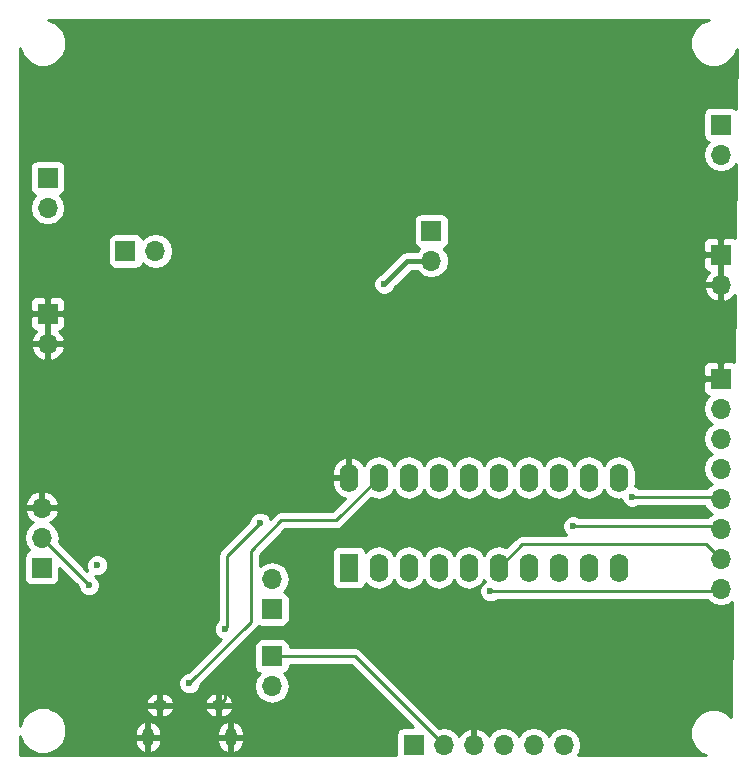
<source format=gbr>
G04 #@! TF.FileFunction,Copper,L2,Bot,Signal*
%FSLAX46Y46*%
G04 Gerber Fmt 4.6, Leading zero omitted, Abs format (unit mm)*
G04 Created by KiCad (PCBNEW 4.0.7) date 03/26/18 17:29:43*
%MOMM*%
%LPD*%
G01*
G04 APERTURE LIST*
%ADD10C,0.100000*%
%ADD11R,1.700000X1.700000*%
%ADD12O,1.700000X1.700000*%
%ADD13O,1.250000X0.950000*%
%ADD14O,1.000000X1.550000*%
%ADD15R,1.600000X2.400000*%
%ADD16O,1.600000X2.400000*%
%ADD17C,0.600000*%
%ADD18C,0.250000*%
%ADD19C,0.450000*%
%ADD20C,0.254000*%
G04 APERTURE END LIST*
D10*
D11*
X111600000Y-71600000D03*
D12*
X111600000Y-74140000D03*
D11*
X111600000Y-83100000D03*
D12*
X111600000Y-85640000D03*
D13*
X121100000Y-116250000D03*
X126100000Y-116250000D03*
D14*
X120100000Y-118950000D03*
X127100000Y-118950000D03*
D11*
X130600000Y-112100000D03*
D12*
X130600000Y-114640000D03*
D11*
X130600000Y-108100000D03*
D12*
X130600000Y-105560000D03*
D11*
X144100000Y-76100000D03*
D12*
X144100000Y-78640000D03*
D11*
X142600000Y-119600000D03*
D12*
X145140000Y-119600000D03*
X147680000Y-119600000D03*
X150220000Y-119600000D03*
X152760000Y-119600000D03*
X155300000Y-119600000D03*
D11*
X168600000Y-67100000D03*
D12*
X168600000Y-69640000D03*
D11*
X168600000Y-78100000D03*
D12*
X168600000Y-80640000D03*
D11*
X111100000Y-104600000D03*
D12*
X111100000Y-102060000D03*
X111100000Y-99520000D03*
D11*
X168600000Y-88600000D03*
D12*
X168600000Y-91140000D03*
X168600000Y-93680000D03*
X168600000Y-96220000D03*
X168600000Y-98760000D03*
X168600000Y-101300000D03*
X168600000Y-103840000D03*
X168600000Y-106380000D03*
D15*
X137100000Y-104600000D03*
D16*
X159960000Y-96980000D03*
X139640000Y-104600000D03*
X157420000Y-96980000D03*
X142180000Y-104600000D03*
X154880000Y-96980000D03*
X144720000Y-104600000D03*
X152340000Y-96980000D03*
X147260000Y-104600000D03*
X149800000Y-96980000D03*
X149800000Y-104600000D03*
X147260000Y-96980000D03*
X152340000Y-104600000D03*
X144720000Y-96980000D03*
X154880000Y-104600000D03*
X142180000Y-96980000D03*
X157420000Y-104600000D03*
X139640000Y-96980000D03*
X159960000Y-104600000D03*
X137100000Y-96980000D03*
D11*
X118200000Y-77800000D03*
D12*
X120740000Y-77800000D03*
D17*
X115800000Y-104400000D03*
X115000000Y-74000000D03*
X115600000Y-64800000D03*
X122600000Y-64800000D03*
X117800000Y-88400000D03*
X117800000Y-80200000D03*
X144000000Y-62200000D03*
X151800000Y-62200000D03*
X162400000Y-62200000D03*
X162400000Y-71000000D03*
X162400000Y-79400000D03*
X162400000Y-88400000D03*
X156200000Y-88400000D03*
X145200000Y-88400000D03*
X139000000Y-93000000D03*
X130800000Y-96200000D03*
X117800000Y-96400000D03*
X123200000Y-119000000D03*
X114800000Y-117600000D03*
X110800000Y-114800000D03*
X110800000Y-112200000D03*
X126600000Y-113800000D03*
X153000000Y-114200000D03*
X149000000Y-114200000D03*
X148800000Y-108800000D03*
X143400000Y-109000000D03*
X137200000Y-108800000D03*
X146600000Y-68000000D03*
X149000000Y-68200000D03*
X112200000Y-108600000D03*
X116200000Y-107600000D03*
X140100000Y-80600000D03*
X129600000Y-100800000D03*
X126600000Y-109800000D03*
X123600000Y-114400000D03*
X115100000Y-106100000D03*
X156100000Y-101100000D03*
X149100000Y-106600000D03*
X161100000Y-98600000D03*
D18*
X122600000Y-64800000D02*
X115600000Y-64800000D01*
X144000000Y-62200000D02*
X151800000Y-62200000D01*
X162400000Y-62200000D02*
X162400000Y-71000000D01*
X162400000Y-79400000D02*
X162400000Y-88400000D01*
X156200000Y-88400000D02*
X145200000Y-88400000D01*
X139000000Y-93000000D02*
X134000000Y-93000000D01*
X134000000Y-93000000D02*
X130800000Y-96200000D01*
X117800000Y-96400000D02*
X117800000Y-88400000D01*
X117800000Y-88400000D02*
X117800000Y-88200000D01*
X127100000Y-118950000D02*
X127050000Y-119000000D01*
X127050000Y-119000000D02*
X123200000Y-119000000D01*
X114800000Y-117600000D02*
X112600000Y-116600000D01*
X112600000Y-116600000D02*
X110800000Y-114800000D01*
X110800000Y-112200000D02*
X112600000Y-112200000D01*
X112600000Y-112200000D02*
X112800000Y-112000000D01*
X126100000Y-116250000D02*
X126600000Y-115750000D01*
X126600000Y-115750000D02*
X126600000Y-113800000D01*
X153000000Y-114200000D02*
X149000000Y-114200000D01*
X148800000Y-108800000D02*
X143600000Y-108800000D01*
X143600000Y-108800000D02*
X143400000Y-109000000D01*
X137200000Y-108800000D02*
X137200000Y-108000000D01*
X137200000Y-108000000D02*
X137000000Y-107800000D01*
X146600000Y-68000000D02*
X148800000Y-68000000D01*
X148800000Y-68000000D02*
X149000000Y-68200000D01*
X112200000Y-108600000D02*
X113200000Y-107600000D01*
X113200000Y-107600000D02*
X116200000Y-107600000D01*
D19*
X142060000Y-78640000D02*
X144100000Y-78640000D01*
X140100000Y-80600000D02*
X142060000Y-78640000D01*
D18*
X137640000Y-112100000D02*
X130600000Y-112100000D01*
X145140000Y-119600000D02*
X137640000Y-112100000D01*
X126800000Y-103600000D02*
X129600000Y-100800000D01*
X126800000Y-109600000D02*
X126800000Y-103600000D01*
X126600000Y-109800000D02*
X126800000Y-109600000D01*
X136020000Y-100600000D02*
X139640000Y-96980000D01*
X131400000Y-100600000D02*
X136020000Y-100600000D01*
X128800000Y-103200000D02*
X131400000Y-100600000D01*
X128800000Y-109200000D02*
X128800000Y-103200000D01*
X123600000Y-114400000D02*
X128800000Y-109200000D01*
X111100000Y-102060000D02*
X115100000Y-106060000D01*
X115100000Y-106060000D02*
X115100000Y-106100000D01*
X156100000Y-101100000D02*
X168400000Y-101100000D01*
X168400000Y-101100000D02*
X168600000Y-101300000D01*
X149800000Y-104600000D02*
X151800000Y-102600000D01*
X167360000Y-102600000D02*
X168600000Y-103840000D01*
X151800000Y-102600000D02*
X167360000Y-102600000D01*
X168380000Y-106600000D02*
X149100000Y-106600000D01*
X168600000Y-106380000D02*
X168380000Y-106600000D01*
X161100000Y-98600000D02*
X168440000Y-98600000D01*
X168440000Y-98600000D02*
X168600000Y-98760000D01*
D20*
G36*
X166877057Y-58516218D02*
X166318181Y-59074120D01*
X166015346Y-59803427D01*
X166014657Y-60593109D01*
X166316218Y-61322943D01*
X166874120Y-61881819D01*
X167603427Y-62184654D01*
X168393109Y-62185343D01*
X169122943Y-61883782D01*
X169681819Y-61325880D01*
X169952402Y-60674244D01*
X169911422Y-65796736D01*
X169701890Y-65653569D01*
X169450000Y-65602560D01*
X167750000Y-65602560D01*
X167514683Y-65646838D01*
X167298559Y-65785910D01*
X167153569Y-65998110D01*
X167102560Y-66250000D01*
X167102560Y-67950000D01*
X167146838Y-68185317D01*
X167285910Y-68401441D01*
X167498110Y-68546431D01*
X167565541Y-68560086D01*
X167520853Y-68589946D01*
X167198946Y-69071715D01*
X167085907Y-69640000D01*
X167198946Y-70208285D01*
X167520853Y-70690054D01*
X168002622Y-71011961D01*
X168570907Y-71125000D01*
X168629093Y-71125000D01*
X169197378Y-71011961D01*
X169679147Y-70690054D01*
X169874616Y-70397513D01*
X169823988Y-76725963D01*
X169809698Y-76711673D01*
X169576309Y-76615000D01*
X168885750Y-76615000D01*
X168727000Y-76773750D01*
X168727000Y-77973000D01*
X168747000Y-77973000D01*
X168747000Y-78227000D01*
X168727000Y-78227000D01*
X168727000Y-80513000D01*
X168747000Y-80513000D01*
X168747000Y-80767000D01*
X168727000Y-80767000D01*
X168727000Y-81960819D01*
X168956892Y-82081486D01*
X169481358Y-81835183D01*
X169785787Y-81501135D01*
X169740332Y-87182941D01*
X169576309Y-87115000D01*
X168885750Y-87115000D01*
X168727000Y-87273750D01*
X168727000Y-88473000D01*
X168747000Y-88473000D01*
X168747000Y-88727000D01*
X168727000Y-88727000D01*
X168727000Y-88747000D01*
X168473000Y-88747000D01*
X168473000Y-88727000D01*
X167273750Y-88727000D01*
X167115000Y-88885750D01*
X167115000Y-89576310D01*
X167211673Y-89809699D01*
X167390302Y-89988327D01*
X167564777Y-90060597D01*
X167520853Y-90089946D01*
X167198946Y-90571715D01*
X167085907Y-91140000D01*
X167198946Y-91708285D01*
X167520853Y-92190054D01*
X167850026Y-92410000D01*
X167520853Y-92629946D01*
X167198946Y-93111715D01*
X167085907Y-93680000D01*
X167198946Y-94248285D01*
X167520853Y-94730054D01*
X167850026Y-94950000D01*
X167520853Y-95169946D01*
X167198946Y-95651715D01*
X167085907Y-96220000D01*
X167198946Y-96788285D01*
X167520853Y-97270054D01*
X167850026Y-97490000D01*
X167520853Y-97709946D01*
X167433954Y-97840000D01*
X161662463Y-97840000D01*
X161630327Y-97807808D01*
X161340956Y-97687650D01*
X161395000Y-97415950D01*
X161395000Y-96544050D01*
X161285767Y-95994899D01*
X160974698Y-95529352D01*
X160509151Y-95218283D01*
X159960000Y-95109050D01*
X159410849Y-95218283D01*
X158945302Y-95529352D01*
X158690000Y-95911438D01*
X158434698Y-95529352D01*
X157969151Y-95218283D01*
X157420000Y-95109050D01*
X156870849Y-95218283D01*
X156405302Y-95529352D01*
X156150000Y-95911438D01*
X155894698Y-95529352D01*
X155429151Y-95218283D01*
X154880000Y-95109050D01*
X154330849Y-95218283D01*
X153865302Y-95529352D01*
X153610000Y-95911438D01*
X153354698Y-95529352D01*
X152889151Y-95218283D01*
X152340000Y-95109050D01*
X151790849Y-95218283D01*
X151325302Y-95529352D01*
X151070000Y-95911438D01*
X150814698Y-95529352D01*
X150349151Y-95218283D01*
X149800000Y-95109050D01*
X149250849Y-95218283D01*
X148785302Y-95529352D01*
X148530000Y-95911438D01*
X148274698Y-95529352D01*
X147809151Y-95218283D01*
X147260000Y-95109050D01*
X146710849Y-95218283D01*
X146245302Y-95529352D01*
X145990000Y-95911438D01*
X145734698Y-95529352D01*
X145269151Y-95218283D01*
X144720000Y-95109050D01*
X144170849Y-95218283D01*
X143705302Y-95529352D01*
X143450000Y-95911438D01*
X143194698Y-95529352D01*
X142729151Y-95218283D01*
X142180000Y-95109050D01*
X141630849Y-95218283D01*
X141165302Y-95529352D01*
X140910000Y-95911438D01*
X140654698Y-95529352D01*
X140189151Y-95218283D01*
X139640000Y-95109050D01*
X139090849Y-95218283D01*
X138625302Y-95529352D01*
X138372493Y-95907707D01*
X138024896Y-95475500D01*
X137531819Y-95205633D01*
X137449039Y-95188096D01*
X137227000Y-95310085D01*
X137227000Y-96853000D01*
X137247000Y-96853000D01*
X137247000Y-97107000D01*
X137227000Y-97107000D01*
X137227000Y-97127000D01*
X136973000Y-97127000D01*
X136973000Y-97107000D01*
X135665000Y-97107000D01*
X135665000Y-97507000D01*
X135822834Y-98046483D01*
X136175104Y-98484500D01*
X136668181Y-98754367D01*
X136750961Y-98771904D01*
X136800524Y-98744674D01*
X135705198Y-99840000D01*
X131400000Y-99840000D01*
X131109160Y-99897852D01*
X130862599Y-100062599D01*
X130469436Y-100455762D01*
X130393117Y-100271057D01*
X130130327Y-100007808D01*
X129786799Y-99865162D01*
X129414833Y-99864838D01*
X129071057Y-100006883D01*
X128807808Y-100269673D01*
X128665162Y-100613201D01*
X128665121Y-100660077D01*
X126262599Y-103062599D01*
X126097852Y-103309161D01*
X126040000Y-103600000D01*
X126040000Y-109037886D01*
X125807808Y-109269673D01*
X125665162Y-109613201D01*
X125664838Y-109985167D01*
X125806883Y-110328943D01*
X126069673Y-110592192D01*
X126255743Y-110669455D01*
X123460320Y-113464878D01*
X123414833Y-113464838D01*
X123071057Y-113606883D01*
X122807808Y-113869673D01*
X122665162Y-114213201D01*
X122664838Y-114585167D01*
X122806883Y-114928943D01*
X123069673Y-115192192D01*
X123413201Y-115334838D01*
X123785167Y-115335162D01*
X124128943Y-115193117D01*
X124392192Y-114930327D01*
X124534838Y-114586799D01*
X124534879Y-114539923D01*
X129337401Y-109737401D01*
X129475380Y-109530900D01*
X129498110Y-109546431D01*
X129750000Y-109597440D01*
X131450000Y-109597440D01*
X131685317Y-109553162D01*
X131901441Y-109414090D01*
X132046431Y-109201890D01*
X132097440Y-108950000D01*
X132097440Y-107250000D01*
X132053162Y-107014683D01*
X131914090Y-106798559D01*
X131701890Y-106653569D01*
X131634459Y-106639914D01*
X131679147Y-106610054D01*
X132001054Y-106128285D01*
X132114093Y-105560000D01*
X132001054Y-104991715D01*
X131679147Y-104509946D01*
X131197378Y-104188039D01*
X130629093Y-104075000D01*
X130570907Y-104075000D01*
X130002622Y-104188039D01*
X129560000Y-104483789D01*
X129560000Y-103514802D01*
X131714802Y-101360000D01*
X136020000Y-101360000D01*
X136310839Y-101302148D01*
X136557401Y-101137401D01*
X139008266Y-98686536D01*
X139090849Y-98741717D01*
X139640000Y-98850950D01*
X140189151Y-98741717D01*
X140654698Y-98430648D01*
X140910000Y-98048562D01*
X141165302Y-98430648D01*
X141630849Y-98741717D01*
X142180000Y-98850950D01*
X142729151Y-98741717D01*
X143194698Y-98430648D01*
X143450000Y-98048562D01*
X143705302Y-98430648D01*
X144170849Y-98741717D01*
X144720000Y-98850950D01*
X145269151Y-98741717D01*
X145734698Y-98430648D01*
X145990000Y-98048562D01*
X146245302Y-98430648D01*
X146710849Y-98741717D01*
X147260000Y-98850950D01*
X147809151Y-98741717D01*
X148274698Y-98430648D01*
X148530000Y-98048562D01*
X148785302Y-98430648D01*
X149250849Y-98741717D01*
X149800000Y-98850950D01*
X150349151Y-98741717D01*
X150814698Y-98430648D01*
X151070000Y-98048562D01*
X151325302Y-98430648D01*
X151790849Y-98741717D01*
X152340000Y-98850950D01*
X152889151Y-98741717D01*
X153354698Y-98430648D01*
X153610000Y-98048562D01*
X153865302Y-98430648D01*
X154330849Y-98741717D01*
X154880000Y-98850950D01*
X155429151Y-98741717D01*
X155894698Y-98430648D01*
X156150000Y-98048562D01*
X156405302Y-98430648D01*
X156870849Y-98741717D01*
X157420000Y-98850950D01*
X157969151Y-98741717D01*
X158434698Y-98430648D01*
X158690000Y-98048562D01*
X158945302Y-98430648D01*
X159410849Y-98741717D01*
X159960000Y-98850950D01*
X160174398Y-98808304D01*
X160306883Y-99128943D01*
X160569673Y-99392192D01*
X160913201Y-99534838D01*
X161285167Y-99535162D01*
X161628943Y-99393117D01*
X161662118Y-99360000D01*
X167220137Y-99360000D01*
X167520853Y-99810054D01*
X167850026Y-100030000D01*
X167520853Y-100249946D01*
X167460681Y-100340000D01*
X156662463Y-100340000D01*
X156630327Y-100307808D01*
X156286799Y-100165162D01*
X155914833Y-100164838D01*
X155571057Y-100306883D01*
X155307808Y-100569673D01*
X155165162Y-100913201D01*
X155164838Y-101285167D01*
X155306883Y-101628943D01*
X155517572Y-101840000D01*
X151800000Y-101840000D01*
X151509161Y-101897852D01*
X151262599Y-102062599D01*
X150431734Y-102893464D01*
X150349151Y-102838283D01*
X149800000Y-102729050D01*
X149250849Y-102838283D01*
X148785302Y-103149352D01*
X148530000Y-103531438D01*
X148274698Y-103149352D01*
X147809151Y-102838283D01*
X147260000Y-102729050D01*
X146710849Y-102838283D01*
X146245302Y-103149352D01*
X145990000Y-103531438D01*
X145734698Y-103149352D01*
X145269151Y-102838283D01*
X144720000Y-102729050D01*
X144170849Y-102838283D01*
X143705302Y-103149352D01*
X143450000Y-103531438D01*
X143194698Y-103149352D01*
X142729151Y-102838283D01*
X142180000Y-102729050D01*
X141630849Y-102838283D01*
X141165302Y-103149352D01*
X140910000Y-103531438D01*
X140654698Y-103149352D01*
X140189151Y-102838283D01*
X139640000Y-102729050D01*
X139090849Y-102838283D01*
X138625302Y-103149352D01*
X138527749Y-103295350D01*
X138503162Y-103164683D01*
X138364090Y-102948559D01*
X138151890Y-102803569D01*
X137900000Y-102752560D01*
X136300000Y-102752560D01*
X136064683Y-102796838D01*
X135848559Y-102935910D01*
X135703569Y-103148110D01*
X135652560Y-103400000D01*
X135652560Y-105800000D01*
X135696838Y-106035317D01*
X135835910Y-106251441D01*
X136048110Y-106396431D01*
X136300000Y-106447440D01*
X137900000Y-106447440D01*
X138135317Y-106403162D01*
X138351441Y-106264090D01*
X138496431Y-106051890D01*
X138526597Y-105902926D01*
X138625302Y-106050648D01*
X139090849Y-106361717D01*
X139640000Y-106470950D01*
X140189151Y-106361717D01*
X140654698Y-106050648D01*
X140910000Y-105668562D01*
X141165302Y-106050648D01*
X141630849Y-106361717D01*
X142180000Y-106470950D01*
X142729151Y-106361717D01*
X143194698Y-106050648D01*
X143450000Y-105668562D01*
X143705302Y-106050648D01*
X144170849Y-106361717D01*
X144720000Y-106470950D01*
X145269151Y-106361717D01*
X145734698Y-106050648D01*
X145990000Y-105668562D01*
X146245302Y-106050648D01*
X146710849Y-106361717D01*
X147260000Y-106470950D01*
X147809151Y-106361717D01*
X148274698Y-106050648D01*
X148530000Y-105668562D01*
X148611310Y-105790251D01*
X148571057Y-105806883D01*
X148307808Y-106069673D01*
X148165162Y-106413201D01*
X148164838Y-106785167D01*
X148306883Y-107128943D01*
X148569673Y-107392192D01*
X148913201Y-107534838D01*
X149285167Y-107535162D01*
X149628943Y-107393117D01*
X149662118Y-107360000D01*
X167474045Y-107360000D01*
X167520853Y-107430054D01*
X168002622Y-107751961D01*
X168570907Y-107865000D01*
X168629093Y-107865000D01*
X169197378Y-107751961D01*
X169577814Y-107497762D01*
X169499457Y-117292410D01*
X169125880Y-116918181D01*
X168396573Y-116615346D01*
X167606891Y-116614657D01*
X166877057Y-116916218D01*
X166318181Y-117474120D01*
X166015346Y-118203427D01*
X166014657Y-118993109D01*
X166316218Y-119722943D01*
X166874120Y-120281819D01*
X167334535Y-120473000D01*
X156487797Y-120473000D01*
X156671961Y-120197378D01*
X156785000Y-119629093D01*
X156785000Y-119570907D01*
X156671961Y-119002622D01*
X156350054Y-118520853D01*
X155868285Y-118198946D01*
X155300000Y-118085907D01*
X154731715Y-118198946D01*
X154249946Y-118520853D01*
X154030000Y-118850026D01*
X153810054Y-118520853D01*
X153328285Y-118198946D01*
X152760000Y-118085907D01*
X152191715Y-118198946D01*
X151709946Y-118520853D01*
X151490000Y-118850026D01*
X151270054Y-118520853D01*
X150788285Y-118198946D01*
X150220000Y-118085907D01*
X149651715Y-118198946D01*
X149169946Y-118520853D01*
X148942298Y-118861553D01*
X148875183Y-118718642D01*
X148446924Y-118328355D01*
X148036890Y-118158524D01*
X147807000Y-118279845D01*
X147807000Y-119473000D01*
X147827000Y-119473000D01*
X147827000Y-119727000D01*
X147807000Y-119727000D01*
X147807000Y-119747000D01*
X147553000Y-119747000D01*
X147553000Y-119727000D01*
X147533000Y-119727000D01*
X147533000Y-119473000D01*
X147553000Y-119473000D01*
X147553000Y-118279845D01*
X147323110Y-118158524D01*
X146913076Y-118328355D01*
X146484817Y-118718642D01*
X146417702Y-118861553D01*
X146190054Y-118520853D01*
X145708285Y-118198946D01*
X145140000Y-118085907D01*
X144773592Y-118158790D01*
X138177401Y-111562599D01*
X137930839Y-111397852D01*
X137640000Y-111340000D01*
X132097440Y-111340000D01*
X132097440Y-111250000D01*
X132053162Y-111014683D01*
X131914090Y-110798559D01*
X131701890Y-110653569D01*
X131450000Y-110602560D01*
X129750000Y-110602560D01*
X129514683Y-110646838D01*
X129298559Y-110785910D01*
X129153569Y-110998110D01*
X129102560Y-111250000D01*
X129102560Y-112950000D01*
X129146838Y-113185317D01*
X129285910Y-113401441D01*
X129498110Y-113546431D01*
X129565541Y-113560086D01*
X129520853Y-113589946D01*
X129198946Y-114071715D01*
X129085907Y-114640000D01*
X129198946Y-115208285D01*
X129520853Y-115690054D01*
X130002622Y-116011961D01*
X130570907Y-116125000D01*
X130629093Y-116125000D01*
X131197378Y-116011961D01*
X131679147Y-115690054D01*
X132001054Y-115208285D01*
X132114093Y-114640000D01*
X132001054Y-114071715D01*
X131679147Y-113589946D01*
X131637548Y-113562150D01*
X131685317Y-113553162D01*
X131901441Y-113414090D01*
X132046431Y-113201890D01*
X132097440Y-112950000D01*
X132097440Y-112860000D01*
X137325198Y-112860000D01*
X142567758Y-118102560D01*
X141750000Y-118102560D01*
X141514683Y-118146838D01*
X141298559Y-118285910D01*
X141153569Y-118498110D01*
X141102560Y-118750000D01*
X141102560Y-120450000D01*
X141106888Y-120473000D01*
X109227000Y-120473000D01*
X109227000Y-118822981D01*
X109516218Y-119522943D01*
X110074120Y-120081819D01*
X110803427Y-120384654D01*
X111593109Y-120385343D01*
X112322943Y-120083782D01*
X112881819Y-119525880D01*
X113068210Y-119077000D01*
X118965000Y-119077000D01*
X118965000Y-119352000D01*
X119099998Y-119776678D01*
X119387237Y-120117368D01*
X119798126Y-120319119D01*
X119973000Y-120192954D01*
X119973000Y-119077000D01*
X120227000Y-119077000D01*
X120227000Y-120192954D01*
X120401874Y-120319119D01*
X120812763Y-120117368D01*
X121100002Y-119776678D01*
X121235000Y-119352000D01*
X121235000Y-119077000D01*
X125965000Y-119077000D01*
X125965000Y-119352000D01*
X126099998Y-119776678D01*
X126387237Y-120117368D01*
X126798126Y-120319119D01*
X126973000Y-120192954D01*
X126973000Y-119077000D01*
X127227000Y-119077000D01*
X127227000Y-120192954D01*
X127401874Y-120319119D01*
X127812763Y-120117368D01*
X128100002Y-119776678D01*
X128235000Y-119352000D01*
X128235000Y-119077000D01*
X127227000Y-119077000D01*
X126973000Y-119077000D01*
X125965000Y-119077000D01*
X121235000Y-119077000D01*
X120227000Y-119077000D01*
X119973000Y-119077000D01*
X118965000Y-119077000D01*
X113068210Y-119077000D01*
X113184654Y-118796573D01*
X113184870Y-118548000D01*
X118965000Y-118548000D01*
X118965000Y-118823000D01*
X119973000Y-118823000D01*
X119973000Y-117707046D01*
X120227000Y-117707046D01*
X120227000Y-118823000D01*
X121235000Y-118823000D01*
X121235000Y-118548000D01*
X125965000Y-118548000D01*
X125965000Y-118823000D01*
X126973000Y-118823000D01*
X126973000Y-117707046D01*
X127227000Y-117707046D01*
X127227000Y-118823000D01*
X128235000Y-118823000D01*
X128235000Y-118548000D01*
X128100002Y-118123322D01*
X127812763Y-117782632D01*
X127401874Y-117580881D01*
X127227000Y-117707046D01*
X126973000Y-117707046D01*
X126798126Y-117580881D01*
X126387237Y-117782632D01*
X126099998Y-118123322D01*
X125965000Y-118548000D01*
X121235000Y-118548000D01*
X121100002Y-118123322D01*
X120812763Y-117782632D01*
X120401874Y-117580881D01*
X120227000Y-117707046D01*
X119973000Y-117707046D01*
X119798126Y-117580881D01*
X119387237Y-117782632D01*
X119099998Y-118123322D01*
X118965000Y-118548000D01*
X113184870Y-118548000D01*
X113185343Y-118006891D01*
X112883782Y-117277057D01*
X112325880Y-116718181D01*
X111915890Y-116547938D01*
X119880732Y-116547938D01*
X120064448Y-116921821D01*
X120388951Y-117209568D01*
X120798869Y-117351229D01*
X120973000Y-117202563D01*
X120973000Y-116377000D01*
X121227000Y-116377000D01*
X121227000Y-117202563D01*
X121401131Y-117351229D01*
X121811049Y-117209568D01*
X122135552Y-116921821D01*
X122319268Y-116547938D01*
X124880732Y-116547938D01*
X125064448Y-116921821D01*
X125388951Y-117209568D01*
X125798869Y-117351229D01*
X125973000Y-117202563D01*
X125973000Y-116377000D01*
X126227000Y-116377000D01*
X126227000Y-117202563D01*
X126401131Y-117351229D01*
X126811049Y-117209568D01*
X127135552Y-116921821D01*
X127319268Y-116547938D01*
X127192734Y-116377000D01*
X126227000Y-116377000D01*
X125973000Y-116377000D01*
X125007266Y-116377000D01*
X124880732Y-116547938D01*
X122319268Y-116547938D01*
X122192734Y-116377000D01*
X121227000Y-116377000D01*
X120973000Y-116377000D01*
X120007266Y-116377000D01*
X119880732Y-116547938D01*
X111915890Y-116547938D01*
X111596573Y-116415346D01*
X110806891Y-116414657D01*
X110077057Y-116716218D01*
X109518181Y-117274120D01*
X109227000Y-117975361D01*
X109227000Y-115952062D01*
X119880732Y-115952062D01*
X120007266Y-116123000D01*
X120973000Y-116123000D01*
X120973000Y-115297437D01*
X121227000Y-115297437D01*
X121227000Y-116123000D01*
X122192734Y-116123000D01*
X122319268Y-115952062D01*
X124880732Y-115952062D01*
X125007266Y-116123000D01*
X125973000Y-116123000D01*
X125973000Y-115297437D01*
X126227000Y-115297437D01*
X126227000Y-116123000D01*
X127192734Y-116123000D01*
X127319268Y-115952062D01*
X127135552Y-115578179D01*
X126811049Y-115290432D01*
X126401131Y-115148771D01*
X126227000Y-115297437D01*
X125973000Y-115297437D01*
X125798869Y-115148771D01*
X125388951Y-115290432D01*
X125064448Y-115578179D01*
X124880732Y-115952062D01*
X122319268Y-115952062D01*
X122135552Y-115578179D01*
X121811049Y-115290432D01*
X121401131Y-115148771D01*
X121227000Y-115297437D01*
X120973000Y-115297437D01*
X120798869Y-115148771D01*
X120388951Y-115290432D01*
X120064448Y-115578179D01*
X119880732Y-115952062D01*
X109227000Y-115952062D01*
X109227000Y-102060000D01*
X109585907Y-102060000D01*
X109698946Y-102628285D01*
X110020853Y-103110054D01*
X110062452Y-103137850D01*
X110014683Y-103146838D01*
X109798559Y-103285910D01*
X109653569Y-103498110D01*
X109602560Y-103750000D01*
X109602560Y-105450000D01*
X109646838Y-105685317D01*
X109785910Y-105901441D01*
X109998110Y-106046431D01*
X110250000Y-106097440D01*
X111950000Y-106097440D01*
X112185317Y-106053162D01*
X112401441Y-105914090D01*
X112546431Y-105701890D01*
X112597440Y-105450000D01*
X112597440Y-104632242D01*
X114164912Y-106199714D01*
X114164838Y-106285167D01*
X114306883Y-106628943D01*
X114569673Y-106892192D01*
X114913201Y-107034838D01*
X115285167Y-107035162D01*
X115628943Y-106893117D01*
X115892192Y-106630327D01*
X116034838Y-106286799D01*
X116035162Y-105914833D01*
X115893117Y-105571057D01*
X115657348Y-105334876D01*
X115985167Y-105335162D01*
X116328943Y-105193117D01*
X116592192Y-104930327D01*
X116734838Y-104586799D01*
X116735162Y-104214833D01*
X116593117Y-103871057D01*
X116330327Y-103607808D01*
X115986799Y-103465162D01*
X115614833Y-103464838D01*
X115271057Y-103606883D01*
X115007808Y-103869673D01*
X114865162Y-104213201D01*
X114864838Y-104585167D01*
X114980927Y-104866125D01*
X112541210Y-102426408D01*
X112614093Y-102060000D01*
X112501054Y-101491715D01*
X112179147Y-101009946D01*
X111838447Y-100782298D01*
X111981358Y-100715183D01*
X112371645Y-100286924D01*
X112541476Y-99876890D01*
X112420155Y-99647000D01*
X111227000Y-99647000D01*
X111227000Y-99667000D01*
X110973000Y-99667000D01*
X110973000Y-99647000D01*
X109779845Y-99647000D01*
X109658524Y-99876890D01*
X109828355Y-100286924D01*
X110218642Y-100715183D01*
X110361553Y-100782298D01*
X110020853Y-101009946D01*
X109698946Y-101491715D01*
X109585907Y-102060000D01*
X109227000Y-102060000D01*
X109227000Y-99163110D01*
X109658524Y-99163110D01*
X109779845Y-99393000D01*
X110973000Y-99393000D01*
X110973000Y-98199181D01*
X111227000Y-98199181D01*
X111227000Y-99393000D01*
X112420155Y-99393000D01*
X112541476Y-99163110D01*
X112371645Y-98753076D01*
X111981358Y-98324817D01*
X111456892Y-98078514D01*
X111227000Y-98199181D01*
X110973000Y-98199181D01*
X110743108Y-98078514D01*
X110218642Y-98324817D01*
X109828355Y-98753076D01*
X109658524Y-99163110D01*
X109227000Y-99163110D01*
X109227000Y-96453000D01*
X135665000Y-96453000D01*
X135665000Y-96853000D01*
X136973000Y-96853000D01*
X136973000Y-95310085D01*
X136750961Y-95188096D01*
X136668181Y-95205633D01*
X136175104Y-95475500D01*
X135822834Y-95913517D01*
X135665000Y-96453000D01*
X109227000Y-96453000D01*
X109227000Y-87623690D01*
X167115000Y-87623690D01*
X167115000Y-88314250D01*
X167273750Y-88473000D01*
X168473000Y-88473000D01*
X168473000Y-87273750D01*
X168314250Y-87115000D01*
X167623691Y-87115000D01*
X167390302Y-87211673D01*
X167211673Y-87390301D01*
X167115000Y-87623690D01*
X109227000Y-87623690D01*
X109227000Y-85996890D01*
X110158524Y-85996890D01*
X110328355Y-86406924D01*
X110718642Y-86835183D01*
X111243108Y-87081486D01*
X111473000Y-86960819D01*
X111473000Y-85767000D01*
X111727000Y-85767000D01*
X111727000Y-86960819D01*
X111956892Y-87081486D01*
X112481358Y-86835183D01*
X112871645Y-86406924D01*
X113041476Y-85996890D01*
X112920155Y-85767000D01*
X111727000Y-85767000D01*
X111473000Y-85767000D01*
X110279845Y-85767000D01*
X110158524Y-85996890D01*
X109227000Y-85996890D01*
X109227000Y-83385750D01*
X110115000Y-83385750D01*
X110115000Y-84076310D01*
X110211673Y-84309699D01*
X110390302Y-84488327D01*
X110599878Y-84575136D01*
X110328355Y-84873076D01*
X110158524Y-85283110D01*
X110279845Y-85513000D01*
X111473000Y-85513000D01*
X111473000Y-83227000D01*
X111727000Y-83227000D01*
X111727000Y-85513000D01*
X112920155Y-85513000D01*
X113041476Y-85283110D01*
X112871645Y-84873076D01*
X112600122Y-84575136D01*
X112809698Y-84488327D01*
X112988327Y-84309699D01*
X113085000Y-84076310D01*
X113085000Y-83385750D01*
X112926250Y-83227000D01*
X111727000Y-83227000D01*
X111473000Y-83227000D01*
X110273750Y-83227000D01*
X110115000Y-83385750D01*
X109227000Y-83385750D01*
X109227000Y-82123690D01*
X110115000Y-82123690D01*
X110115000Y-82814250D01*
X110273750Y-82973000D01*
X111473000Y-82973000D01*
X111473000Y-81773750D01*
X111727000Y-81773750D01*
X111727000Y-82973000D01*
X112926250Y-82973000D01*
X113085000Y-82814250D01*
X113085000Y-82123690D01*
X112988327Y-81890301D01*
X112809698Y-81711673D01*
X112576309Y-81615000D01*
X111885750Y-81615000D01*
X111727000Y-81773750D01*
X111473000Y-81773750D01*
X111314250Y-81615000D01*
X110623691Y-81615000D01*
X110390302Y-81711673D01*
X110211673Y-81890301D01*
X110115000Y-82123690D01*
X109227000Y-82123690D01*
X109227000Y-80785167D01*
X139164838Y-80785167D01*
X139306883Y-81128943D01*
X139569673Y-81392192D01*
X139913201Y-81534838D01*
X140285167Y-81535162D01*
X140628943Y-81393117D01*
X140892192Y-81130327D01*
X140947600Y-80996890D01*
X167158524Y-80996890D01*
X167328355Y-81406924D01*
X167718642Y-81835183D01*
X168243108Y-82081486D01*
X168473000Y-81960819D01*
X168473000Y-80767000D01*
X167279845Y-80767000D01*
X167158524Y-80996890D01*
X140947600Y-80996890D01*
X140967672Y-80948552D01*
X142416224Y-79500000D01*
X142893863Y-79500000D01*
X143020853Y-79690054D01*
X143502622Y-80011961D01*
X144070907Y-80125000D01*
X144129093Y-80125000D01*
X144697378Y-80011961D01*
X145179147Y-79690054D01*
X145501054Y-79208285D01*
X145614093Y-78640000D01*
X145563520Y-78385750D01*
X167115000Y-78385750D01*
X167115000Y-79076310D01*
X167211673Y-79309699D01*
X167390302Y-79488327D01*
X167599878Y-79575136D01*
X167328355Y-79873076D01*
X167158524Y-80283110D01*
X167279845Y-80513000D01*
X168473000Y-80513000D01*
X168473000Y-78227000D01*
X167273750Y-78227000D01*
X167115000Y-78385750D01*
X145563520Y-78385750D01*
X145501054Y-78071715D01*
X145179147Y-77589946D01*
X145137548Y-77562150D01*
X145185317Y-77553162D01*
X145401441Y-77414090D01*
X145546431Y-77201890D01*
X145562266Y-77123690D01*
X167115000Y-77123690D01*
X167115000Y-77814250D01*
X167273750Y-77973000D01*
X168473000Y-77973000D01*
X168473000Y-76773750D01*
X168314250Y-76615000D01*
X167623691Y-76615000D01*
X167390302Y-76711673D01*
X167211673Y-76890301D01*
X167115000Y-77123690D01*
X145562266Y-77123690D01*
X145597440Y-76950000D01*
X145597440Y-75250000D01*
X145553162Y-75014683D01*
X145414090Y-74798559D01*
X145201890Y-74653569D01*
X144950000Y-74602560D01*
X143250000Y-74602560D01*
X143014683Y-74646838D01*
X142798559Y-74785910D01*
X142653569Y-74998110D01*
X142602560Y-75250000D01*
X142602560Y-76950000D01*
X142646838Y-77185317D01*
X142785910Y-77401441D01*
X142998110Y-77546431D01*
X143065541Y-77560086D01*
X143020853Y-77589946D01*
X142893863Y-77780000D01*
X142060005Y-77780000D01*
X142060000Y-77779999D01*
X141730893Y-77845463D01*
X141451888Y-78031888D01*
X139751415Y-79732361D01*
X139571057Y-79806883D01*
X139307808Y-80069673D01*
X139165162Y-80413201D01*
X139164838Y-80785167D01*
X109227000Y-80785167D01*
X109227000Y-76950000D01*
X116702560Y-76950000D01*
X116702560Y-78650000D01*
X116746838Y-78885317D01*
X116885910Y-79101441D01*
X117098110Y-79246431D01*
X117350000Y-79297440D01*
X119050000Y-79297440D01*
X119285317Y-79253162D01*
X119501441Y-79114090D01*
X119646431Y-78901890D01*
X119660086Y-78834459D01*
X119689946Y-78879147D01*
X120171715Y-79201054D01*
X120740000Y-79314093D01*
X121308285Y-79201054D01*
X121790054Y-78879147D01*
X122111961Y-78397378D01*
X122225000Y-77829093D01*
X122225000Y-77770907D01*
X122111961Y-77202622D01*
X121790054Y-76720853D01*
X121308285Y-76398946D01*
X120740000Y-76285907D01*
X120171715Y-76398946D01*
X119689946Y-76720853D01*
X119662150Y-76762452D01*
X119653162Y-76714683D01*
X119514090Y-76498559D01*
X119301890Y-76353569D01*
X119050000Y-76302560D01*
X117350000Y-76302560D01*
X117114683Y-76346838D01*
X116898559Y-76485910D01*
X116753569Y-76698110D01*
X116702560Y-76950000D01*
X109227000Y-76950000D01*
X109227000Y-74140000D01*
X110085907Y-74140000D01*
X110198946Y-74708285D01*
X110520853Y-75190054D01*
X111002622Y-75511961D01*
X111570907Y-75625000D01*
X111629093Y-75625000D01*
X112197378Y-75511961D01*
X112679147Y-75190054D01*
X113001054Y-74708285D01*
X113114093Y-74140000D01*
X113001054Y-73571715D01*
X112679147Y-73089946D01*
X112637548Y-73062150D01*
X112685317Y-73053162D01*
X112901441Y-72914090D01*
X113046431Y-72701890D01*
X113097440Y-72450000D01*
X113097440Y-70750000D01*
X113053162Y-70514683D01*
X112914090Y-70298559D01*
X112701890Y-70153569D01*
X112450000Y-70102560D01*
X110750000Y-70102560D01*
X110514683Y-70146838D01*
X110298559Y-70285910D01*
X110153569Y-70498110D01*
X110102560Y-70750000D01*
X110102560Y-72450000D01*
X110146838Y-72685317D01*
X110285910Y-72901441D01*
X110498110Y-73046431D01*
X110565541Y-73060086D01*
X110520853Y-73089946D01*
X110198946Y-73571715D01*
X110085907Y-74140000D01*
X109227000Y-74140000D01*
X109227000Y-60622981D01*
X109516218Y-61322943D01*
X110074120Y-61881819D01*
X110803427Y-62184654D01*
X111593109Y-62185343D01*
X112322943Y-61883782D01*
X112881819Y-61325880D01*
X113184654Y-60596573D01*
X113185343Y-59806891D01*
X112883782Y-59077057D01*
X112325880Y-58518181D01*
X111624639Y-58227000D01*
X167577019Y-58227000D01*
X166877057Y-58516218D01*
X166877057Y-58516218D01*
G37*
X166877057Y-58516218D02*
X166318181Y-59074120D01*
X166015346Y-59803427D01*
X166014657Y-60593109D01*
X166316218Y-61322943D01*
X166874120Y-61881819D01*
X167603427Y-62184654D01*
X168393109Y-62185343D01*
X169122943Y-61883782D01*
X169681819Y-61325880D01*
X169952402Y-60674244D01*
X169911422Y-65796736D01*
X169701890Y-65653569D01*
X169450000Y-65602560D01*
X167750000Y-65602560D01*
X167514683Y-65646838D01*
X167298559Y-65785910D01*
X167153569Y-65998110D01*
X167102560Y-66250000D01*
X167102560Y-67950000D01*
X167146838Y-68185317D01*
X167285910Y-68401441D01*
X167498110Y-68546431D01*
X167565541Y-68560086D01*
X167520853Y-68589946D01*
X167198946Y-69071715D01*
X167085907Y-69640000D01*
X167198946Y-70208285D01*
X167520853Y-70690054D01*
X168002622Y-71011961D01*
X168570907Y-71125000D01*
X168629093Y-71125000D01*
X169197378Y-71011961D01*
X169679147Y-70690054D01*
X169874616Y-70397513D01*
X169823988Y-76725963D01*
X169809698Y-76711673D01*
X169576309Y-76615000D01*
X168885750Y-76615000D01*
X168727000Y-76773750D01*
X168727000Y-77973000D01*
X168747000Y-77973000D01*
X168747000Y-78227000D01*
X168727000Y-78227000D01*
X168727000Y-80513000D01*
X168747000Y-80513000D01*
X168747000Y-80767000D01*
X168727000Y-80767000D01*
X168727000Y-81960819D01*
X168956892Y-82081486D01*
X169481358Y-81835183D01*
X169785787Y-81501135D01*
X169740332Y-87182941D01*
X169576309Y-87115000D01*
X168885750Y-87115000D01*
X168727000Y-87273750D01*
X168727000Y-88473000D01*
X168747000Y-88473000D01*
X168747000Y-88727000D01*
X168727000Y-88727000D01*
X168727000Y-88747000D01*
X168473000Y-88747000D01*
X168473000Y-88727000D01*
X167273750Y-88727000D01*
X167115000Y-88885750D01*
X167115000Y-89576310D01*
X167211673Y-89809699D01*
X167390302Y-89988327D01*
X167564777Y-90060597D01*
X167520853Y-90089946D01*
X167198946Y-90571715D01*
X167085907Y-91140000D01*
X167198946Y-91708285D01*
X167520853Y-92190054D01*
X167850026Y-92410000D01*
X167520853Y-92629946D01*
X167198946Y-93111715D01*
X167085907Y-93680000D01*
X167198946Y-94248285D01*
X167520853Y-94730054D01*
X167850026Y-94950000D01*
X167520853Y-95169946D01*
X167198946Y-95651715D01*
X167085907Y-96220000D01*
X167198946Y-96788285D01*
X167520853Y-97270054D01*
X167850026Y-97490000D01*
X167520853Y-97709946D01*
X167433954Y-97840000D01*
X161662463Y-97840000D01*
X161630327Y-97807808D01*
X161340956Y-97687650D01*
X161395000Y-97415950D01*
X161395000Y-96544050D01*
X161285767Y-95994899D01*
X160974698Y-95529352D01*
X160509151Y-95218283D01*
X159960000Y-95109050D01*
X159410849Y-95218283D01*
X158945302Y-95529352D01*
X158690000Y-95911438D01*
X158434698Y-95529352D01*
X157969151Y-95218283D01*
X157420000Y-95109050D01*
X156870849Y-95218283D01*
X156405302Y-95529352D01*
X156150000Y-95911438D01*
X155894698Y-95529352D01*
X155429151Y-95218283D01*
X154880000Y-95109050D01*
X154330849Y-95218283D01*
X153865302Y-95529352D01*
X153610000Y-95911438D01*
X153354698Y-95529352D01*
X152889151Y-95218283D01*
X152340000Y-95109050D01*
X151790849Y-95218283D01*
X151325302Y-95529352D01*
X151070000Y-95911438D01*
X150814698Y-95529352D01*
X150349151Y-95218283D01*
X149800000Y-95109050D01*
X149250849Y-95218283D01*
X148785302Y-95529352D01*
X148530000Y-95911438D01*
X148274698Y-95529352D01*
X147809151Y-95218283D01*
X147260000Y-95109050D01*
X146710849Y-95218283D01*
X146245302Y-95529352D01*
X145990000Y-95911438D01*
X145734698Y-95529352D01*
X145269151Y-95218283D01*
X144720000Y-95109050D01*
X144170849Y-95218283D01*
X143705302Y-95529352D01*
X143450000Y-95911438D01*
X143194698Y-95529352D01*
X142729151Y-95218283D01*
X142180000Y-95109050D01*
X141630849Y-95218283D01*
X141165302Y-95529352D01*
X140910000Y-95911438D01*
X140654698Y-95529352D01*
X140189151Y-95218283D01*
X139640000Y-95109050D01*
X139090849Y-95218283D01*
X138625302Y-95529352D01*
X138372493Y-95907707D01*
X138024896Y-95475500D01*
X137531819Y-95205633D01*
X137449039Y-95188096D01*
X137227000Y-95310085D01*
X137227000Y-96853000D01*
X137247000Y-96853000D01*
X137247000Y-97107000D01*
X137227000Y-97107000D01*
X137227000Y-97127000D01*
X136973000Y-97127000D01*
X136973000Y-97107000D01*
X135665000Y-97107000D01*
X135665000Y-97507000D01*
X135822834Y-98046483D01*
X136175104Y-98484500D01*
X136668181Y-98754367D01*
X136750961Y-98771904D01*
X136800524Y-98744674D01*
X135705198Y-99840000D01*
X131400000Y-99840000D01*
X131109160Y-99897852D01*
X130862599Y-100062599D01*
X130469436Y-100455762D01*
X130393117Y-100271057D01*
X130130327Y-100007808D01*
X129786799Y-99865162D01*
X129414833Y-99864838D01*
X129071057Y-100006883D01*
X128807808Y-100269673D01*
X128665162Y-100613201D01*
X128665121Y-100660077D01*
X126262599Y-103062599D01*
X126097852Y-103309161D01*
X126040000Y-103600000D01*
X126040000Y-109037886D01*
X125807808Y-109269673D01*
X125665162Y-109613201D01*
X125664838Y-109985167D01*
X125806883Y-110328943D01*
X126069673Y-110592192D01*
X126255743Y-110669455D01*
X123460320Y-113464878D01*
X123414833Y-113464838D01*
X123071057Y-113606883D01*
X122807808Y-113869673D01*
X122665162Y-114213201D01*
X122664838Y-114585167D01*
X122806883Y-114928943D01*
X123069673Y-115192192D01*
X123413201Y-115334838D01*
X123785167Y-115335162D01*
X124128943Y-115193117D01*
X124392192Y-114930327D01*
X124534838Y-114586799D01*
X124534879Y-114539923D01*
X129337401Y-109737401D01*
X129475380Y-109530900D01*
X129498110Y-109546431D01*
X129750000Y-109597440D01*
X131450000Y-109597440D01*
X131685317Y-109553162D01*
X131901441Y-109414090D01*
X132046431Y-109201890D01*
X132097440Y-108950000D01*
X132097440Y-107250000D01*
X132053162Y-107014683D01*
X131914090Y-106798559D01*
X131701890Y-106653569D01*
X131634459Y-106639914D01*
X131679147Y-106610054D01*
X132001054Y-106128285D01*
X132114093Y-105560000D01*
X132001054Y-104991715D01*
X131679147Y-104509946D01*
X131197378Y-104188039D01*
X130629093Y-104075000D01*
X130570907Y-104075000D01*
X130002622Y-104188039D01*
X129560000Y-104483789D01*
X129560000Y-103514802D01*
X131714802Y-101360000D01*
X136020000Y-101360000D01*
X136310839Y-101302148D01*
X136557401Y-101137401D01*
X139008266Y-98686536D01*
X139090849Y-98741717D01*
X139640000Y-98850950D01*
X140189151Y-98741717D01*
X140654698Y-98430648D01*
X140910000Y-98048562D01*
X141165302Y-98430648D01*
X141630849Y-98741717D01*
X142180000Y-98850950D01*
X142729151Y-98741717D01*
X143194698Y-98430648D01*
X143450000Y-98048562D01*
X143705302Y-98430648D01*
X144170849Y-98741717D01*
X144720000Y-98850950D01*
X145269151Y-98741717D01*
X145734698Y-98430648D01*
X145990000Y-98048562D01*
X146245302Y-98430648D01*
X146710849Y-98741717D01*
X147260000Y-98850950D01*
X147809151Y-98741717D01*
X148274698Y-98430648D01*
X148530000Y-98048562D01*
X148785302Y-98430648D01*
X149250849Y-98741717D01*
X149800000Y-98850950D01*
X150349151Y-98741717D01*
X150814698Y-98430648D01*
X151070000Y-98048562D01*
X151325302Y-98430648D01*
X151790849Y-98741717D01*
X152340000Y-98850950D01*
X152889151Y-98741717D01*
X153354698Y-98430648D01*
X153610000Y-98048562D01*
X153865302Y-98430648D01*
X154330849Y-98741717D01*
X154880000Y-98850950D01*
X155429151Y-98741717D01*
X155894698Y-98430648D01*
X156150000Y-98048562D01*
X156405302Y-98430648D01*
X156870849Y-98741717D01*
X157420000Y-98850950D01*
X157969151Y-98741717D01*
X158434698Y-98430648D01*
X158690000Y-98048562D01*
X158945302Y-98430648D01*
X159410849Y-98741717D01*
X159960000Y-98850950D01*
X160174398Y-98808304D01*
X160306883Y-99128943D01*
X160569673Y-99392192D01*
X160913201Y-99534838D01*
X161285167Y-99535162D01*
X161628943Y-99393117D01*
X161662118Y-99360000D01*
X167220137Y-99360000D01*
X167520853Y-99810054D01*
X167850026Y-100030000D01*
X167520853Y-100249946D01*
X167460681Y-100340000D01*
X156662463Y-100340000D01*
X156630327Y-100307808D01*
X156286799Y-100165162D01*
X155914833Y-100164838D01*
X155571057Y-100306883D01*
X155307808Y-100569673D01*
X155165162Y-100913201D01*
X155164838Y-101285167D01*
X155306883Y-101628943D01*
X155517572Y-101840000D01*
X151800000Y-101840000D01*
X151509161Y-101897852D01*
X151262599Y-102062599D01*
X150431734Y-102893464D01*
X150349151Y-102838283D01*
X149800000Y-102729050D01*
X149250849Y-102838283D01*
X148785302Y-103149352D01*
X148530000Y-103531438D01*
X148274698Y-103149352D01*
X147809151Y-102838283D01*
X147260000Y-102729050D01*
X146710849Y-102838283D01*
X146245302Y-103149352D01*
X145990000Y-103531438D01*
X145734698Y-103149352D01*
X145269151Y-102838283D01*
X144720000Y-102729050D01*
X144170849Y-102838283D01*
X143705302Y-103149352D01*
X143450000Y-103531438D01*
X143194698Y-103149352D01*
X142729151Y-102838283D01*
X142180000Y-102729050D01*
X141630849Y-102838283D01*
X141165302Y-103149352D01*
X140910000Y-103531438D01*
X140654698Y-103149352D01*
X140189151Y-102838283D01*
X139640000Y-102729050D01*
X139090849Y-102838283D01*
X138625302Y-103149352D01*
X138527749Y-103295350D01*
X138503162Y-103164683D01*
X138364090Y-102948559D01*
X138151890Y-102803569D01*
X137900000Y-102752560D01*
X136300000Y-102752560D01*
X136064683Y-102796838D01*
X135848559Y-102935910D01*
X135703569Y-103148110D01*
X135652560Y-103400000D01*
X135652560Y-105800000D01*
X135696838Y-106035317D01*
X135835910Y-106251441D01*
X136048110Y-106396431D01*
X136300000Y-106447440D01*
X137900000Y-106447440D01*
X138135317Y-106403162D01*
X138351441Y-106264090D01*
X138496431Y-106051890D01*
X138526597Y-105902926D01*
X138625302Y-106050648D01*
X139090849Y-106361717D01*
X139640000Y-106470950D01*
X140189151Y-106361717D01*
X140654698Y-106050648D01*
X140910000Y-105668562D01*
X141165302Y-106050648D01*
X141630849Y-106361717D01*
X142180000Y-106470950D01*
X142729151Y-106361717D01*
X143194698Y-106050648D01*
X143450000Y-105668562D01*
X143705302Y-106050648D01*
X144170849Y-106361717D01*
X144720000Y-106470950D01*
X145269151Y-106361717D01*
X145734698Y-106050648D01*
X145990000Y-105668562D01*
X146245302Y-106050648D01*
X146710849Y-106361717D01*
X147260000Y-106470950D01*
X147809151Y-106361717D01*
X148274698Y-106050648D01*
X148530000Y-105668562D01*
X148611310Y-105790251D01*
X148571057Y-105806883D01*
X148307808Y-106069673D01*
X148165162Y-106413201D01*
X148164838Y-106785167D01*
X148306883Y-107128943D01*
X148569673Y-107392192D01*
X148913201Y-107534838D01*
X149285167Y-107535162D01*
X149628943Y-107393117D01*
X149662118Y-107360000D01*
X167474045Y-107360000D01*
X167520853Y-107430054D01*
X168002622Y-107751961D01*
X168570907Y-107865000D01*
X168629093Y-107865000D01*
X169197378Y-107751961D01*
X169577814Y-107497762D01*
X169499457Y-117292410D01*
X169125880Y-116918181D01*
X168396573Y-116615346D01*
X167606891Y-116614657D01*
X166877057Y-116916218D01*
X166318181Y-117474120D01*
X166015346Y-118203427D01*
X166014657Y-118993109D01*
X166316218Y-119722943D01*
X166874120Y-120281819D01*
X167334535Y-120473000D01*
X156487797Y-120473000D01*
X156671961Y-120197378D01*
X156785000Y-119629093D01*
X156785000Y-119570907D01*
X156671961Y-119002622D01*
X156350054Y-118520853D01*
X155868285Y-118198946D01*
X155300000Y-118085907D01*
X154731715Y-118198946D01*
X154249946Y-118520853D01*
X154030000Y-118850026D01*
X153810054Y-118520853D01*
X153328285Y-118198946D01*
X152760000Y-118085907D01*
X152191715Y-118198946D01*
X151709946Y-118520853D01*
X151490000Y-118850026D01*
X151270054Y-118520853D01*
X150788285Y-118198946D01*
X150220000Y-118085907D01*
X149651715Y-118198946D01*
X149169946Y-118520853D01*
X148942298Y-118861553D01*
X148875183Y-118718642D01*
X148446924Y-118328355D01*
X148036890Y-118158524D01*
X147807000Y-118279845D01*
X147807000Y-119473000D01*
X147827000Y-119473000D01*
X147827000Y-119727000D01*
X147807000Y-119727000D01*
X147807000Y-119747000D01*
X147553000Y-119747000D01*
X147553000Y-119727000D01*
X147533000Y-119727000D01*
X147533000Y-119473000D01*
X147553000Y-119473000D01*
X147553000Y-118279845D01*
X147323110Y-118158524D01*
X146913076Y-118328355D01*
X146484817Y-118718642D01*
X146417702Y-118861553D01*
X146190054Y-118520853D01*
X145708285Y-118198946D01*
X145140000Y-118085907D01*
X144773592Y-118158790D01*
X138177401Y-111562599D01*
X137930839Y-111397852D01*
X137640000Y-111340000D01*
X132097440Y-111340000D01*
X132097440Y-111250000D01*
X132053162Y-111014683D01*
X131914090Y-110798559D01*
X131701890Y-110653569D01*
X131450000Y-110602560D01*
X129750000Y-110602560D01*
X129514683Y-110646838D01*
X129298559Y-110785910D01*
X129153569Y-110998110D01*
X129102560Y-111250000D01*
X129102560Y-112950000D01*
X129146838Y-113185317D01*
X129285910Y-113401441D01*
X129498110Y-113546431D01*
X129565541Y-113560086D01*
X129520853Y-113589946D01*
X129198946Y-114071715D01*
X129085907Y-114640000D01*
X129198946Y-115208285D01*
X129520853Y-115690054D01*
X130002622Y-116011961D01*
X130570907Y-116125000D01*
X130629093Y-116125000D01*
X131197378Y-116011961D01*
X131679147Y-115690054D01*
X132001054Y-115208285D01*
X132114093Y-114640000D01*
X132001054Y-114071715D01*
X131679147Y-113589946D01*
X131637548Y-113562150D01*
X131685317Y-113553162D01*
X131901441Y-113414090D01*
X132046431Y-113201890D01*
X132097440Y-112950000D01*
X132097440Y-112860000D01*
X137325198Y-112860000D01*
X142567758Y-118102560D01*
X141750000Y-118102560D01*
X141514683Y-118146838D01*
X141298559Y-118285910D01*
X141153569Y-118498110D01*
X141102560Y-118750000D01*
X141102560Y-120450000D01*
X141106888Y-120473000D01*
X109227000Y-120473000D01*
X109227000Y-118822981D01*
X109516218Y-119522943D01*
X110074120Y-120081819D01*
X110803427Y-120384654D01*
X111593109Y-120385343D01*
X112322943Y-120083782D01*
X112881819Y-119525880D01*
X113068210Y-119077000D01*
X118965000Y-119077000D01*
X118965000Y-119352000D01*
X119099998Y-119776678D01*
X119387237Y-120117368D01*
X119798126Y-120319119D01*
X119973000Y-120192954D01*
X119973000Y-119077000D01*
X120227000Y-119077000D01*
X120227000Y-120192954D01*
X120401874Y-120319119D01*
X120812763Y-120117368D01*
X121100002Y-119776678D01*
X121235000Y-119352000D01*
X121235000Y-119077000D01*
X125965000Y-119077000D01*
X125965000Y-119352000D01*
X126099998Y-119776678D01*
X126387237Y-120117368D01*
X126798126Y-120319119D01*
X126973000Y-120192954D01*
X126973000Y-119077000D01*
X127227000Y-119077000D01*
X127227000Y-120192954D01*
X127401874Y-120319119D01*
X127812763Y-120117368D01*
X128100002Y-119776678D01*
X128235000Y-119352000D01*
X128235000Y-119077000D01*
X127227000Y-119077000D01*
X126973000Y-119077000D01*
X125965000Y-119077000D01*
X121235000Y-119077000D01*
X120227000Y-119077000D01*
X119973000Y-119077000D01*
X118965000Y-119077000D01*
X113068210Y-119077000D01*
X113184654Y-118796573D01*
X113184870Y-118548000D01*
X118965000Y-118548000D01*
X118965000Y-118823000D01*
X119973000Y-118823000D01*
X119973000Y-117707046D01*
X120227000Y-117707046D01*
X120227000Y-118823000D01*
X121235000Y-118823000D01*
X121235000Y-118548000D01*
X125965000Y-118548000D01*
X125965000Y-118823000D01*
X126973000Y-118823000D01*
X126973000Y-117707046D01*
X127227000Y-117707046D01*
X127227000Y-118823000D01*
X128235000Y-118823000D01*
X128235000Y-118548000D01*
X128100002Y-118123322D01*
X127812763Y-117782632D01*
X127401874Y-117580881D01*
X127227000Y-117707046D01*
X126973000Y-117707046D01*
X126798126Y-117580881D01*
X126387237Y-117782632D01*
X126099998Y-118123322D01*
X125965000Y-118548000D01*
X121235000Y-118548000D01*
X121100002Y-118123322D01*
X120812763Y-117782632D01*
X120401874Y-117580881D01*
X120227000Y-117707046D01*
X119973000Y-117707046D01*
X119798126Y-117580881D01*
X119387237Y-117782632D01*
X119099998Y-118123322D01*
X118965000Y-118548000D01*
X113184870Y-118548000D01*
X113185343Y-118006891D01*
X112883782Y-117277057D01*
X112325880Y-116718181D01*
X111915890Y-116547938D01*
X119880732Y-116547938D01*
X120064448Y-116921821D01*
X120388951Y-117209568D01*
X120798869Y-117351229D01*
X120973000Y-117202563D01*
X120973000Y-116377000D01*
X121227000Y-116377000D01*
X121227000Y-117202563D01*
X121401131Y-117351229D01*
X121811049Y-117209568D01*
X122135552Y-116921821D01*
X122319268Y-116547938D01*
X124880732Y-116547938D01*
X125064448Y-116921821D01*
X125388951Y-117209568D01*
X125798869Y-117351229D01*
X125973000Y-117202563D01*
X125973000Y-116377000D01*
X126227000Y-116377000D01*
X126227000Y-117202563D01*
X126401131Y-117351229D01*
X126811049Y-117209568D01*
X127135552Y-116921821D01*
X127319268Y-116547938D01*
X127192734Y-116377000D01*
X126227000Y-116377000D01*
X125973000Y-116377000D01*
X125007266Y-116377000D01*
X124880732Y-116547938D01*
X122319268Y-116547938D01*
X122192734Y-116377000D01*
X121227000Y-116377000D01*
X120973000Y-116377000D01*
X120007266Y-116377000D01*
X119880732Y-116547938D01*
X111915890Y-116547938D01*
X111596573Y-116415346D01*
X110806891Y-116414657D01*
X110077057Y-116716218D01*
X109518181Y-117274120D01*
X109227000Y-117975361D01*
X109227000Y-115952062D01*
X119880732Y-115952062D01*
X120007266Y-116123000D01*
X120973000Y-116123000D01*
X120973000Y-115297437D01*
X121227000Y-115297437D01*
X121227000Y-116123000D01*
X122192734Y-116123000D01*
X122319268Y-115952062D01*
X124880732Y-115952062D01*
X125007266Y-116123000D01*
X125973000Y-116123000D01*
X125973000Y-115297437D01*
X126227000Y-115297437D01*
X126227000Y-116123000D01*
X127192734Y-116123000D01*
X127319268Y-115952062D01*
X127135552Y-115578179D01*
X126811049Y-115290432D01*
X126401131Y-115148771D01*
X126227000Y-115297437D01*
X125973000Y-115297437D01*
X125798869Y-115148771D01*
X125388951Y-115290432D01*
X125064448Y-115578179D01*
X124880732Y-115952062D01*
X122319268Y-115952062D01*
X122135552Y-115578179D01*
X121811049Y-115290432D01*
X121401131Y-115148771D01*
X121227000Y-115297437D01*
X120973000Y-115297437D01*
X120798869Y-115148771D01*
X120388951Y-115290432D01*
X120064448Y-115578179D01*
X119880732Y-115952062D01*
X109227000Y-115952062D01*
X109227000Y-102060000D01*
X109585907Y-102060000D01*
X109698946Y-102628285D01*
X110020853Y-103110054D01*
X110062452Y-103137850D01*
X110014683Y-103146838D01*
X109798559Y-103285910D01*
X109653569Y-103498110D01*
X109602560Y-103750000D01*
X109602560Y-105450000D01*
X109646838Y-105685317D01*
X109785910Y-105901441D01*
X109998110Y-106046431D01*
X110250000Y-106097440D01*
X111950000Y-106097440D01*
X112185317Y-106053162D01*
X112401441Y-105914090D01*
X112546431Y-105701890D01*
X112597440Y-105450000D01*
X112597440Y-104632242D01*
X114164912Y-106199714D01*
X114164838Y-106285167D01*
X114306883Y-106628943D01*
X114569673Y-106892192D01*
X114913201Y-107034838D01*
X115285167Y-107035162D01*
X115628943Y-106893117D01*
X115892192Y-106630327D01*
X116034838Y-106286799D01*
X116035162Y-105914833D01*
X115893117Y-105571057D01*
X115657348Y-105334876D01*
X115985167Y-105335162D01*
X116328943Y-105193117D01*
X116592192Y-104930327D01*
X116734838Y-104586799D01*
X116735162Y-104214833D01*
X116593117Y-103871057D01*
X116330327Y-103607808D01*
X115986799Y-103465162D01*
X115614833Y-103464838D01*
X115271057Y-103606883D01*
X115007808Y-103869673D01*
X114865162Y-104213201D01*
X114864838Y-104585167D01*
X114980927Y-104866125D01*
X112541210Y-102426408D01*
X112614093Y-102060000D01*
X112501054Y-101491715D01*
X112179147Y-101009946D01*
X111838447Y-100782298D01*
X111981358Y-100715183D01*
X112371645Y-100286924D01*
X112541476Y-99876890D01*
X112420155Y-99647000D01*
X111227000Y-99647000D01*
X111227000Y-99667000D01*
X110973000Y-99667000D01*
X110973000Y-99647000D01*
X109779845Y-99647000D01*
X109658524Y-99876890D01*
X109828355Y-100286924D01*
X110218642Y-100715183D01*
X110361553Y-100782298D01*
X110020853Y-101009946D01*
X109698946Y-101491715D01*
X109585907Y-102060000D01*
X109227000Y-102060000D01*
X109227000Y-99163110D01*
X109658524Y-99163110D01*
X109779845Y-99393000D01*
X110973000Y-99393000D01*
X110973000Y-98199181D01*
X111227000Y-98199181D01*
X111227000Y-99393000D01*
X112420155Y-99393000D01*
X112541476Y-99163110D01*
X112371645Y-98753076D01*
X111981358Y-98324817D01*
X111456892Y-98078514D01*
X111227000Y-98199181D01*
X110973000Y-98199181D01*
X110743108Y-98078514D01*
X110218642Y-98324817D01*
X109828355Y-98753076D01*
X109658524Y-99163110D01*
X109227000Y-99163110D01*
X109227000Y-96453000D01*
X135665000Y-96453000D01*
X135665000Y-96853000D01*
X136973000Y-96853000D01*
X136973000Y-95310085D01*
X136750961Y-95188096D01*
X136668181Y-95205633D01*
X136175104Y-95475500D01*
X135822834Y-95913517D01*
X135665000Y-96453000D01*
X109227000Y-96453000D01*
X109227000Y-87623690D01*
X167115000Y-87623690D01*
X167115000Y-88314250D01*
X167273750Y-88473000D01*
X168473000Y-88473000D01*
X168473000Y-87273750D01*
X168314250Y-87115000D01*
X167623691Y-87115000D01*
X167390302Y-87211673D01*
X167211673Y-87390301D01*
X167115000Y-87623690D01*
X109227000Y-87623690D01*
X109227000Y-85996890D01*
X110158524Y-85996890D01*
X110328355Y-86406924D01*
X110718642Y-86835183D01*
X111243108Y-87081486D01*
X111473000Y-86960819D01*
X111473000Y-85767000D01*
X111727000Y-85767000D01*
X111727000Y-86960819D01*
X111956892Y-87081486D01*
X112481358Y-86835183D01*
X112871645Y-86406924D01*
X113041476Y-85996890D01*
X112920155Y-85767000D01*
X111727000Y-85767000D01*
X111473000Y-85767000D01*
X110279845Y-85767000D01*
X110158524Y-85996890D01*
X109227000Y-85996890D01*
X109227000Y-83385750D01*
X110115000Y-83385750D01*
X110115000Y-84076310D01*
X110211673Y-84309699D01*
X110390302Y-84488327D01*
X110599878Y-84575136D01*
X110328355Y-84873076D01*
X110158524Y-85283110D01*
X110279845Y-85513000D01*
X111473000Y-85513000D01*
X111473000Y-83227000D01*
X111727000Y-83227000D01*
X111727000Y-85513000D01*
X112920155Y-85513000D01*
X113041476Y-85283110D01*
X112871645Y-84873076D01*
X112600122Y-84575136D01*
X112809698Y-84488327D01*
X112988327Y-84309699D01*
X113085000Y-84076310D01*
X113085000Y-83385750D01*
X112926250Y-83227000D01*
X111727000Y-83227000D01*
X111473000Y-83227000D01*
X110273750Y-83227000D01*
X110115000Y-83385750D01*
X109227000Y-83385750D01*
X109227000Y-82123690D01*
X110115000Y-82123690D01*
X110115000Y-82814250D01*
X110273750Y-82973000D01*
X111473000Y-82973000D01*
X111473000Y-81773750D01*
X111727000Y-81773750D01*
X111727000Y-82973000D01*
X112926250Y-82973000D01*
X113085000Y-82814250D01*
X113085000Y-82123690D01*
X112988327Y-81890301D01*
X112809698Y-81711673D01*
X112576309Y-81615000D01*
X111885750Y-81615000D01*
X111727000Y-81773750D01*
X111473000Y-81773750D01*
X111314250Y-81615000D01*
X110623691Y-81615000D01*
X110390302Y-81711673D01*
X110211673Y-81890301D01*
X110115000Y-82123690D01*
X109227000Y-82123690D01*
X109227000Y-80785167D01*
X139164838Y-80785167D01*
X139306883Y-81128943D01*
X139569673Y-81392192D01*
X139913201Y-81534838D01*
X140285167Y-81535162D01*
X140628943Y-81393117D01*
X140892192Y-81130327D01*
X140947600Y-80996890D01*
X167158524Y-80996890D01*
X167328355Y-81406924D01*
X167718642Y-81835183D01*
X168243108Y-82081486D01*
X168473000Y-81960819D01*
X168473000Y-80767000D01*
X167279845Y-80767000D01*
X167158524Y-80996890D01*
X140947600Y-80996890D01*
X140967672Y-80948552D01*
X142416224Y-79500000D01*
X142893863Y-79500000D01*
X143020853Y-79690054D01*
X143502622Y-80011961D01*
X144070907Y-80125000D01*
X144129093Y-80125000D01*
X144697378Y-80011961D01*
X145179147Y-79690054D01*
X145501054Y-79208285D01*
X145614093Y-78640000D01*
X145563520Y-78385750D01*
X167115000Y-78385750D01*
X167115000Y-79076310D01*
X167211673Y-79309699D01*
X167390302Y-79488327D01*
X167599878Y-79575136D01*
X167328355Y-79873076D01*
X167158524Y-80283110D01*
X167279845Y-80513000D01*
X168473000Y-80513000D01*
X168473000Y-78227000D01*
X167273750Y-78227000D01*
X167115000Y-78385750D01*
X145563520Y-78385750D01*
X145501054Y-78071715D01*
X145179147Y-77589946D01*
X145137548Y-77562150D01*
X145185317Y-77553162D01*
X145401441Y-77414090D01*
X145546431Y-77201890D01*
X145562266Y-77123690D01*
X167115000Y-77123690D01*
X167115000Y-77814250D01*
X167273750Y-77973000D01*
X168473000Y-77973000D01*
X168473000Y-76773750D01*
X168314250Y-76615000D01*
X167623691Y-76615000D01*
X167390302Y-76711673D01*
X167211673Y-76890301D01*
X167115000Y-77123690D01*
X145562266Y-77123690D01*
X145597440Y-76950000D01*
X145597440Y-75250000D01*
X145553162Y-75014683D01*
X145414090Y-74798559D01*
X145201890Y-74653569D01*
X144950000Y-74602560D01*
X143250000Y-74602560D01*
X143014683Y-74646838D01*
X142798559Y-74785910D01*
X142653569Y-74998110D01*
X142602560Y-75250000D01*
X142602560Y-76950000D01*
X142646838Y-77185317D01*
X142785910Y-77401441D01*
X142998110Y-77546431D01*
X143065541Y-77560086D01*
X143020853Y-77589946D01*
X142893863Y-77780000D01*
X142060005Y-77780000D01*
X142060000Y-77779999D01*
X141730893Y-77845463D01*
X141451888Y-78031888D01*
X139751415Y-79732361D01*
X139571057Y-79806883D01*
X139307808Y-80069673D01*
X139165162Y-80413201D01*
X139164838Y-80785167D01*
X109227000Y-80785167D01*
X109227000Y-76950000D01*
X116702560Y-76950000D01*
X116702560Y-78650000D01*
X116746838Y-78885317D01*
X116885910Y-79101441D01*
X117098110Y-79246431D01*
X117350000Y-79297440D01*
X119050000Y-79297440D01*
X119285317Y-79253162D01*
X119501441Y-79114090D01*
X119646431Y-78901890D01*
X119660086Y-78834459D01*
X119689946Y-78879147D01*
X120171715Y-79201054D01*
X120740000Y-79314093D01*
X121308285Y-79201054D01*
X121790054Y-78879147D01*
X122111961Y-78397378D01*
X122225000Y-77829093D01*
X122225000Y-77770907D01*
X122111961Y-77202622D01*
X121790054Y-76720853D01*
X121308285Y-76398946D01*
X120740000Y-76285907D01*
X120171715Y-76398946D01*
X119689946Y-76720853D01*
X119662150Y-76762452D01*
X119653162Y-76714683D01*
X119514090Y-76498559D01*
X119301890Y-76353569D01*
X119050000Y-76302560D01*
X117350000Y-76302560D01*
X117114683Y-76346838D01*
X116898559Y-76485910D01*
X116753569Y-76698110D01*
X116702560Y-76950000D01*
X109227000Y-76950000D01*
X109227000Y-74140000D01*
X110085907Y-74140000D01*
X110198946Y-74708285D01*
X110520853Y-75190054D01*
X111002622Y-75511961D01*
X111570907Y-75625000D01*
X111629093Y-75625000D01*
X112197378Y-75511961D01*
X112679147Y-75190054D01*
X113001054Y-74708285D01*
X113114093Y-74140000D01*
X113001054Y-73571715D01*
X112679147Y-73089946D01*
X112637548Y-73062150D01*
X112685317Y-73053162D01*
X112901441Y-72914090D01*
X113046431Y-72701890D01*
X113097440Y-72450000D01*
X113097440Y-70750000D01*
X113053162Y-70514683D01*
X112914090Y-70298559D01*
X112701890Y-70153569D01*
X112450000Y-70102560D01*
X110750000Y-70102560D01*
X110514683Y-70146838D01*
X110298559Y-70285910D01*
X110153569Y-70498110D01*
X110102560Y-70750000D01*
X110102560Y-72450000D01*
X110146838Y-72685317D01*
X110285910Y-72901441D01*
X110498110Y-73046431D01*
X110565541Y-73060086D01*
X110520853Y-73089946D01*
X110198946Y-73571715D01*
X110085907Y-74140000D01*
X109227000Y-74140000D01*
X109227000Y-60622981D01*
X109516218Y-61322943D01*
X110074120Y-61881819D01*
X110803427Y-62184654D01*
X111593109Y-62185343D01*
X112322943Y-61883782D01*
X112881819Y-61325880D01*
X113184654Y-60596573D01*
X113185343Y-59806891D01*
X112883782Y-59077057D01*
X112325880Y-58518181D01*
X111624639Y-58227000D01*
X167577019Y-58227000D01*
X166877057Y-58516218D01*
M02*

</source>
